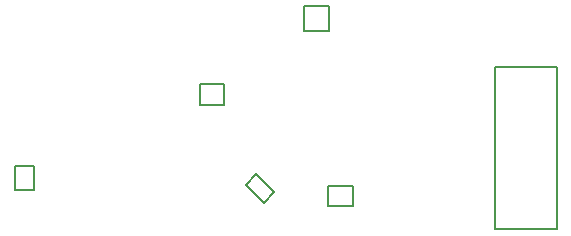
<source format=gbr>
%TF.GenerationSoftware,Altium Limited,Altium Designer,22.8.2 (66)*%
G04 Layer_Color=8388736*
%FSLAX45Y45*%
%MOMM*%
%TF.SameCoordinates,DE4C73A7-34E9-4613-BA68-141157798951*%
%TF.FilePolarity,Positive*%
%TF.FileFunction,Other,Top_3D_Body*%
%TF.Part,Single*%
G01*
G75*
%TA.AperFunction,NonConductor*%
%ADD53C,0.20000*%
D53*
X7305160Y4040300D02*
X7828160D01*
Y2665300D02*
Y4040300D01*
X7305160Y2665300D02*
X7828160D01*
X7305160D02*
Y4040300D01*
X4803700Y3720800D02*
Y3890800D01*
Y3720800D02*
X5013700D01*
Y3890800D01*
X4803700D02*
X5013700D01*
X5686200Y4552540D02*
X5896200D01*
X5686200Y4342540D02*
Y4552540D01*
Y4342540D02*
X5896200D01*
Y4552540D01*
X5889400Y2858860D02*
Y3028860D01*
Y2858860D02*
X6099400D01*
Y3028860D01*
X5889400D02*
X6099400D01*
X5194244Y3042492D02*
X5286168Y3134416D01*
X5194244Y3042492D02*
X5346272Y2890464D01*
X5438196Y2982388D01*
X5286168Y3134416D02*
X5438196Y2982388D01*
X3239780Y2993800D02*
Y3203800D01*
Y2993800D02*
X3399780D01*
Y3203800D01*
X3239780D02*
X3399780D01*
%TF.MD5,59f10323140c1c36fc9664a5801e0175*%
M02*

</source>
